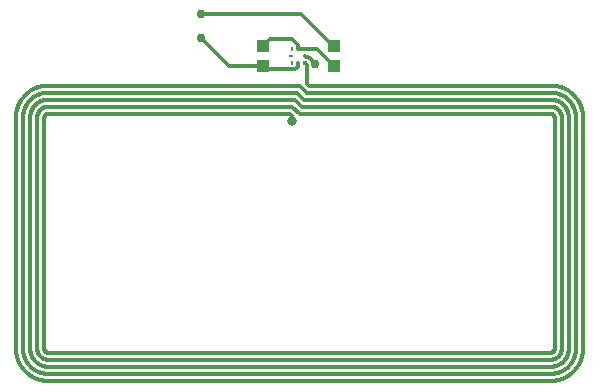
<source format=gbr>
G04 EAGLE Gerber RS-274X export*
G75*
%MOMM*%
%FSLAX34Y34*%
%LPD*%
%INBottom Copper*%
%IPPOS*%
%AMOC8*
5,1,8,0,0,1.08239X$1,22.5*%
G01*
%ADD10C,0.300000*%
%ADD11R,0.300000X0.750000*%
%ADD12C,0.808000*%
%ADD13R,1.000000X1.100000*%
%ADD14R,0.450000X0.270000*%
%ADD15R,0.370000X0.450000*%
%ADD16R,0.270000X0.450000*%
%ADD17R,1.100000X1.000000*%
%ADD18C,0.756400*%


D10*
X638000Y174000D02*
X212000Y174000D01*
X212000Y168000D02*
X638000Y168000D01*
X638000Y162000D02*
X212000Y162000D01*
X212000Y156000D02*
X638000Y156000D01*
X638000Y150000D02*
X212000Y150000D01*
X641000Y177000D02*
X641000Y373000D01*
X647000Y373000D02*
X647000Y177000D01*
X653000Y177000D02*
X653000Y373000D01*
X659000Y373000D02*
X659000Y177000D01*
X665000Y177000D02*
X665000Y373000D01*
X209000Y373000D02*
X209000Y177000D01*
X203000Y177000D02*
X203000Y373000D01*
X197000Y373000D02*
X197000Y177000D01*
X191000Y177000D02*
X191000Y373000D01*
X185000Y373000D02*
X185000Y177000D01*
X209000Y373000D02*
X209002Y373107D01*
X209008Y373214D01*
X209017Y373321D01*
X209031Y373427D01*
X209048Y373533D01*
X209069Y373638D01*
X209093Y373742D01*
X209122Y373845D01*
X209154Y373947D01*
X209189Y374048D01*
X209228Y374148D01*
X209271Y374246D01*
X209317Y374343D01*
X209367Y374438D01*
X209420Y374531D01*
X209476Y374622D01*
X209536Y374711D01*
X209598Y374798D01*
X209664Y374882D01*
X209733Y374965D01*
X209804Y375044D01*
X209879Y375121D01*
X209956Y375196D01*
X210035Y375267D01*
X210118Y375336D01*
X210202Y375402D01*
X210289Y375464D01*
X210378Y375524D01*
X210469Y375580D01*
X210562Y375633D01*
X210657Y375683D01*
X210754Y375729D01*
X210852Y375772D01*
X210952Y375811D01*
X211053Y375846D01*
X211155Y375878D01*
X211258Y375907D01*
X211362Y375931D01*
X211467Y375952D01*
X211573Y375969D01*
X211679Y375983D01*
X211786Y375992D01*
X211893Y375998D01*
X212000Y376000D01*
X212000Y382000D02*
X211783Y381997D01*
X211565Y381989D01*
X211348Y381976D01*
X211131Y381958D01*
X210915Y381934D01*
X210700Y381906D01*
X210485Y381872D01*
X210271Y381832D01*
X210058Y381788D01*
X209846Y381738D01*
X209636Y381684D01*
X209426Y381624D01*
X209219Y381560D01*
X209013Y381490D01*
X208809Y381415D01*
X208606Y381336D01*
X208406Y381251D01*
X208207Y381162D01*
X208011Y381068D01*
X207817Y380969D01*
X207626Y380866D01*
X207437Y380758D01*
X207251Y380645D01*
X207068Y380528D01*
X206887Y380407D01*
X206710Y380281D01*
X206536Y380151D01*
X206364Y380017D01*
X206196Y379879D01*
X206032Y379737D01*
X205871Y379590D01*
X205713Y379440D01*
X205560Y379287D01*
X205410Y379129D01*
X205263Y378968D01*
X205121Y378804D01*
X204983Y378636D01*
X204849Y378464D01*
X204719Y378290D01*
X204593Y378113D01*
X204472Y377932D01*
X204355Y377749D01*
X204242Y377563D01*
X204134Y377374D01*
X204031Y377183D01*
X203932Y376989D01*
X203838Y376793D01*
X203749Y376594D01*
X203664Y376394D01*
X203585Y376191D01*
X203510Y375987D01*
X203440Y375781D01*
X203376Y375574D01*
X203316Y375364D01*
X203262Y375154D01*
X203212Y374942D01*
X203168Y374729D01*
X203128Y374515D01*
X203094Y374300D01*
X203066Y374085D01*
X203042Y373869D01*
X203024Y373652D01*
X203011Y373435D01*
X203003Y373217D01*
X203000Y373000D01*
X197000Y373000D02*
X197004Y373362D01*
X197018Y373725D01*
X197039Y374087D01*
X197070Y374448D01*
X197109Y374808D01*
X197157Y375167D01*
X197214Y375525D01*
X197279Y375882D01*
X197353Y376237D01*
X197436Y376590D01*
X197527Y376941D01*
X197626Y377289D01*
X197734Y377635D01*
X197850Y377979D01*
X197975Y378319D01*
X198107Y378656D01*
X198248Y378990D01*
X198397Y379321D01*
X198554Y379648D01*
X198718Y379971D01*
X198890Y380290D01*
X199070Y380604D01*
X199258Y380915D01*
X199453Y381220D01*
X199655Y381521D01*
X199865Y381817D01*
X200081Y382107D01*
X200305Y382393D01*
X200535Y382673D01*
X200772Y382947D01*
X201016Y383215D01*
X201266Y383478D01*
X201522Y383734D01*
X201785Y383984D01*
X202053Y384228D01*
X202327Y384465D01*
X202607Y384695D01*
X202893Y384919D01*
X203183Y385135D01*
X203479Y385345D01*
X203780Y385547D01*
X204085Y385742D01*
X204396Y385930D01*
X204710Y386110D01*
X205029Y386282D01*
X205352Y386446D01*
X205679Y386603D01*
X206010Y386752D01*
X206344Y386893D01*
X206681Y387025D01*
X207021Y387150D01*
X207365Y387266D01*
X207711Y387374D01*
X208059Y387473D01*
X208410Y387564D01*
X208763Y387647D01*
X209118Y387721D01*
X209475Y387786D01*
X209833Y387843D01*
X210192Y387891D01*
X210552Y387930D01*
X210913Y387961D01*
X211275Y387982D01*
X211638Y387996D01*
X212000Y388000D01*
X212000Y394000D02*
X211493Y393994D01*
X210985Y393975D01*
X210479Y393945D01*
X209973Y393902D01*
X209469Y393847D01*
X208966Y393780D01*
X208465Y393700D01*
X207965Y393609D01*
X207469Y393505D01*
X206974Y393390D01*
X206483Y393262D01*
X205995Y393123D01*
X205511Y392972D01*
X205030Y392810D01*
X204553Y392635D01*
X204081Y392450D01*
X203613Y392253D01*
X203151Y392044D01*
X202693Y391825D01*
X202241Y391595D01*
X201794Y391353D01*
X201354Y391101D01*
X200920Y390839D01*
X200492Y390566D01*
X200071Y390283D01*
X199657Y389989D01*
X199250Y389686D01*
X198850Y389373D01*
X198458Y389051D01*
X198074Y388719D01*
X197699Y388378D01*
X197331Y388028D01*
X196972Y387669D01*
X196622Y387301D01*
X196281Y386926D01*
X195949Y386542D01*
X195627Y386150D01*
X195314Y385750D01*
X195011Y385343D01*
X194717Y384929D01*
X194434Y384508D01*
X194161Y384080D01*
X193899Y383646D01*
X193647Y383206D01*
X193405Y382759D01*
X193175Y382307D01*
X192956Y381849D01*
X192747Y381387D01*
X192550Y380919D01*
X192365Y380447D01*
X192190Y379970D01*
X192028Y379489D01*
X191877Y379005D01*
X191738Y378517D01*
X191610Y378026D01*
X191495Y377531D01*
X191391Y377035D01*
X191300Y376535D01*
X191220Y376034D01*
X191153Y375531D01*
X191098Y375027D01*
X191055Y374521D01*
X191025Y374015D01*
X191006Y373507D01*
X191000Y373000D01*
X185000Y373000D02*
X185008Y373652D01*
X185032Y374304D01*
X185071Y374956D01*
X185126Y375606D01*
X185197Y376254D01*
X185283Y376901D01*
X185385Y377546D01*
X185503Y378187D01*
X185636Y378826D01*
X185785Y379462D01*
X185948Y380093D01*
X186127Y380721D01*
X186321Y381343D01*
X186531Y381962D01*
X186755Y382574D01*
X186993Y383182D01*
X187247Y383783D01*
X187514Y384378D01*
X187796Y384966D01*
X188093Y385548D01*
X188403Y386122D01*
X188727Y386688D01*
X189064Y387246D01*
X189415Y387796D01*
X189779Y388338D01*
X190157Y388870D01*
X190546Y389393D01*
X190949Y389907D01*
X191363Y390411D01*
X191790Y390904D01*
X192229Y391387D01*
X192679Y391860D01*
X193140Y392321D01*
X193613Y392771D01*
X194096Y393210D01*
X194589Y393637D01*
X195093Y394051D01*
X195607Y394454D01*
X196130Y394843D01*
X196662Y395221D01*
X197204Y395585D01*
X197754Y395936D01*
X198312Y396273D01*
X198878Y396597D01*
X199452Y396907D01*
X200034Y397204D01*
X200622Y397486D01*
X201217Y397753D01*
X201818Y398007D01*
X202426Y398245D01*
X203038Y398469D01*
X203657Y398679D01*
X204279Y398873D01*
X204907Y399052D01*
X205538Y399215D01*
X206174Y399364D01*
X206813Y399497D01*
X207454Y399615D01*
X208099Y399717D01*
X208746Y399803D01*
X209394Y399874D01*
X210044Y399929D01*
X210696Y399968D01*
X211348Y399992D01*
X212000Y400000D01*
X638000Y376000D02*
X638107Y375998D01*
X638214Y375992D01*
X638321Y375983D01*
X638427Y375969D01*
X638533Y375952D01*
X638638Y375931D01*
X638742Y375907D01*
X638845Y375878D01*
X638947Y375846D01*
X639048Y375811D01*
X639148Y375772D01*
X639246Y375729D01*
X639343Y375683D01*
X639438Y375633D01*
X639531Y375580D01*
X639622Y375524D01*
X639711Y375464D01*
X639798Y375402D01*
X639882Y375336D01*
X639965Y375267D01*
X640044Y375196D01*
X640121Y375121D01*
X640196Y375044D01*
X640267Y374965D01*
X640336Y374882D01*
X640402Y374798D01*
X640464Y374711D01*
X640524Y374622D01*
X640580Y374531D01*
X640633Y374438D01*
X640683Y374343D01*
X640729Y374246D01*
X640772Y374148D01*
X640811Y374048D01*
X640846Y373947D01*
X640878Y373845D01*
X640907Y373742D01*
X640931Y373638D01*
X640952Y373533D01*
X640969Y373427D01*
X640983Y373321D01*
X640992Y373214D01*
X640998Y373107D01*
X641000Y373000D01*
X647000Y373000D02*
X646997Y373217D01*
X646989Y373435D01*
X646976Y373652D01*
X646958Y373869D01*
X646934Y374085D01*
X646906Y374300D01*
X646872Y374515D01*
X646832Y374729D01*
X646788Y374942D01*
X646738Y375154D01*
X646684Y375364D01*
X646624Y375574D01*
X646560Y375781D01*
X646490Y375987D01*
X646415Y376191D01*
X646336Y376394D01*
X646251Y376594D01*
X646162Y376793D01*
X646068Y376989D01*
X645969Y377183D01*
X645866Y377374D01*
X645758Y377563D01*
X645645Y377749D01*
X645528Y377932D01*
X645407Y378113D01*
X645281Y378290D01*
X645151Y378464D01*
X645017Y378636D01*
X644879Y378804D01*
X644737Y378968D01*
X644590Y379129D01*
X644440Y379287D01*
X644287Y379440D01*
X644129Y379590D01*
X643968Y379737D01*
X643804Y379879D01*
X643636Y380017D01*
X643464Y380151D01*
X643290Y380281D01*
X643113Y380407D01*
X642932Y380528D01*
X642749Y380645D01*
X642563Y380758D01*
X642374Y380866D01*
X642183Y380969D01*
X641989Y381068D01*
X641793Y381162D01*
X641594Y381251D01*
X641394Y381336D01*
X641191Y381415D01*
X640987Y381490D01*
X640781Y381560D01*
X640574Y381624D01*
X640364Y381684D01*
X640154Y381738D01*
X639942Y381788D01*
X639729Y381832D01*
X639515Y381872D01*
X639300Y381906D01*
X639085Y381934D01*
X638869Y381958D01*
X638652Y381976D01*
X638435Y381989D01*
X638217Y381997D01*
X638000Y382000D01*
X638000Y388000D02*
X638362Y387996D01*
X638725Y387982D01*
X639087Y387961D01*
X639448Y387930D01*
X639808Y387891D01*
X640167Y387843D01*
X640525Y387786D01*
X640882Y387721D01*
X641237Y387647D01*
X641590Y387564D01*
X641941Y387473D01*
X642289Y387374D01*
X642635Y387266D01*
X642979Y387150D01*
X643319Y387025D01*
X643656Y386893D01*
X643990Y386752D01*
X644321Y386603D01*
X644648Y386446D01*
X644971Y386282D01*
X645290Y386110D01*
X645604Y385930D01*
X645915Y385742D01*
X646220Y385547D01*
X646521Y385345D01*
X646817Y385135D01*
X647107Y384919D01*
X647393Y384695D01*
X647673Y384465D01*
X647947Y384228D01*
X648215Y383984D01*
X648478Y383734D01*
X648734Y383478D01*
X648984Y383215D01*
X649228Y382947D01*
X649465Y382673D01*
X649695Y382393D01*
X649919Y382107D01*
X650135Y381817D01*
X650345Y381521D01*
X650547Y381220D01*
X650742Y380915D01*
X650930Y380604D01*
X651110Y380290D01*
X651282Y379971D01*
X651446Y379648D01*
X651603Y379321D01*
X651752Y378990D01*
X651893Y378656D01*
X652025Y378319D01*
X652150Y377979D01*
X652266Y377635D01*
X652374Y377289D01*
X652473Y376941D01*
X652564Y376590D01*
X652647Y376237D01*
X652721Y375882D01*
X652786Y375525D01*
X652843Y375167D01*
X652891Y374808D01*
X652930Y374448D01*
X652961Y374087D01*
X652982Y373725D01*
X652996Y373362D01*
X653000Y373000D01*
X659000Y373000D02*
X658994Y373507D01*
X658975Y374015D01*
X658945Y374521D01*
X658902Y375027D01*
X658847Y375531D01*
X658780Y376034D01*
X658700Y376535D01*
X658609Y377035D01*
X658505Y377531D01*
X658390Y378026D01*
X658262Y378517D01*
X658123Y379005D01*
X657972Y379489D01*
X657810Y379970D01*
X657635Y380447D01*
X657450Y380919D01*
X657253Y381387D01*
X657044Y381849D01*
X656825Y382307D01*
X656595Y382759D01*
X656353Y383206D01*
X656101Y383646D01*
X655839Y384080D01*
X655566Y384508D01*
X655283Y384929D01*
X654989Y385343D01*
X654686Y385750D01*
X654373Y386150D01*
X654051Y386542D01*
X653719Y386926D01*
X653378Y387301D01*
X653028Y387669D01*
X652669Y388028D01*
X652301Y388378D01*
X651926Y388719D01*
X651542Y389051D01*
X651150Y389373D01*
X650750Y389686D01*
X650343Y389989D01*
X649929Y390283D01*
X649508Y390566D01*
X649080Y390839D01*
X648646Y391101D01*
X648206Y391353D01*
X647759Y391595D01*
X647307Y391825D01*
X646849Y392044D01*
X646387Y392253D01*
X645919Y392450D01*
X645447Y392635D01*
X644970Y392810D01*
X644489Y392972D01*
X644005Y393123D01*
X643517Y393262D01*
X643026Y393390D01*
X642531Y393505D01*
X642035Y393609D01*
X641535Y393700D01*
X641034Y393780D01*
X640531Y393847D01*
X640027Y393902D01*
X639521Y393945D01*
X639015Y393975D01*
X638507Y393994D01*
X638000Y394000D01*
X638000Y400000D02*
X638652Y399992D01*
X639304Y399968D01*
X639956Y399929D01*
X640606Y399874D01*
X641254Y399803D01*
X641901Y399717D01*
X642546Y399615D01*
X643187Y399497D01*
X643826Y399364D01*
X644462Y399215D01*
X645093Y399052D01*
X645721Y398873D01*
X646343Y398679D01*
X646962Y398469D01*
X647574Y398245D01*
X648182Y398007D01*
X648783Y397753D01*
X649378Y397486D01*
X649966Y397204D01*
X650548Y396907D01*
X651122Y396597D01*
X651688Y396273D01*
X652246Y395936D01*
X652796Y395585D01*
X653338Y395221D01*
X653870Y394843D01*
X654393Y394454D01*
X654907Y394051D01*
X655411Y393637D01*
X655904Y393210D01*
X656387Y392771D01*
X656860Y392321D01*
X657321Y391860D01*
X657771Y391387D01*
X658210Y390904D01*
X658637Y390411D01*
X659051Y389907D01*
X659454Y389393D01*
X659843Y388870D01*
X660221Y388338D01*
X660585Y387796D01*
X660936Y387246D01*
X661273Y386688D01*
X661597Y386122D01*
X661907Y385548D01*
X662204Y384966D01*
X662486Y384378D01*
X662753Y383783D01*
X663007Y383182D01*
X663245Y382574D01*
X663469Y381962D01*
X663679Y381343D01*
X663873Y380721D01*
X664052Y380093D01*
X664215Y379462D01*
X664364Y378826D01*
X664497Y378187D01*
X664615Y377546D01*
X664717Y376901D01*
X664803Y376254D01*
X664874Y375606D01*
X664929Y374956D01*
X664968Y374304D01*
X664992Y373652D01*
X665000Y373000D01*
X641000Y177000D02*
X640998Y176893D01*
X640992Y176786D01*
X640983Y176679D01*
X640969Y176573D01*
X640952Y176467D01*
X640931Y176362D01*
X640907Y176258D01*
X640878Y176155D01*
X640846Y176053D01*
X640811Y175952D01*
X640772Y175852D01*
X640729Y175754D01*
X640683Y175657D01*
X640633Y175562D01*
X640580Y175469D01*
X640524Y175378D01*
X640464Y175289D01*
X640402Y175202D01*
X640336Y175118D01*
X640267Y175035D01*
X640196Y174956D01*
X640121Y174879D01*
X640044Y174804D01*
X639965Y174733D01*
X639882Y174664D01*
X639798Y174598D01*
X639711Y174536D01*
X639622Y174476D01*
X639531Y174420D01*
X639438Y174367D01*
X639343Y174317D01*
X639246Y174271D01*
X639148Y174228D01*
X639048Y174189D01*
X638947Y174154D01*
X638845Y174122D01*
X638742Y174093D01*
X638638Y174069D01*
X638533Y174048D01*
X638427Y174031D01*
X638321Y174017D01*
X638214Y174008D01*
X638107Y174002D01*
X638000Y174000D01*
X638000Y168000D02*
X638217Y168003D01*
X638435Y168011D01*
X638652Y168024D01*
X638869Y168042D01*
X639085Y168066D01*
X639300Y168094D01*
X639515Y168128D01*
X639729Y168168D01*
X639942Y168212D01*
X640154Y168262D01*
X640364Y168316D01*
X640574Y168376D01*
X640781Y168440D01*
X640987Y168510D01*
X641191Y168585D01*
X641394Y168664D01*
X641594Y168749D01*
X641793Y168838D01*
X641989Y168932D01*
X642183Y169031D01*
X642374Y169134D01*
X642563Y169242D01*
X642749Y169355D01*
X642932Y169472D01*
X643113Y169593D01*
X643290Y169719D01*
X643464Y169849D01*
X643636Y169983D01*
X643804Y170121D01*
X643968Y170263D01*
X644129Y170410D01*
X644287Y170560D01*
X644440Y170713D01*
X644590Y170871D01*
X644737Y171032D01*
X644879Y171196D01*
X645017Y171364D01*
X645151Y171536D01*
X645281Y171710D01*
X645407Y171887D01*
X645528Y172068D01*
X645645Y172251D01*
X645758Y172437D01*
X645866Y172626D01*
X645969Y172817D01*
X646068Y173011D01*
X646162Y173207D01*
X646251Y173406D01*
X646336Y173606D01*
X646415Y173809D01*
X646490Y174013D01*
X646560Y174219D01*
X646624Y174426D01*
X646684Y174636D01*
X646738Y174846D01*
X646788Y175058D01*
X646832Y175271D01*
X646872Y175485D01*
X646906Y175700D01*
X646934Y175915D01*
X646958Y176131D01*
X646976Y176348D01*
X646989Y176565D01*
X646997Y176783D01*
X647000Y177000D01*
X653000Y177000D02*
X652996Y176638D01*
X652982Y176275D01*
X652961Y175913D01*
X652930Y175552D01*
X652891Y175192D01*
X652843Y174833D01*
X652786Y174475D01*
X652721Y174118D01*
X652647Y173763D01*
X652564Y173410D01*
X652473Y173059D01*
X652374Y172711D01*
X652266Y172365D01*
X652150Y172021D01*
X652025Y171681D01*
X651893Y171344D01*
X651752Y171010D01*
X651603Y170679D01*
X651446Y170352D01*
X651282Y170029D01*
X651110Y169710D01*
X650930Y169396D01*
X650742Y169085D01*
X650547Y168780D01*
X650345Y168479D01*
X650135Y168183D01*
X649919Y167893D01*
X649695Y167607D01*
X649465Y167327D01*
X649228Y167053D01*
X648984Y166785D01*
X648734Y166522D01*
X648478Y166266D01*
X648215Y166016D01*
X647947Y165772D01*
X647673Y165535D01*
X647393Y165305D01*
X647107Y165081D01*
X646817Y164865D01*
X646521Y164655D01*
X646220Y164453D01*
X645915Y164258D01*
X645604Y164070D01*
X645290Y163890D01*
X644971Y163718D01*
X644648Y163554D01*
X644321Y163397D01*
X643990Y163248D01*
X643656Y163107D01*
X643319Y162975D01*
X642979Y162850D01*
X642635Y162734D01*
X642289Y162626D01*
X641941Y162527D01*
X641590Y162436D01*
X641237Y162353D01*
X640882Y162279D01*
X640525Y162214D01*
X640167Y162157D01*
X639808Y162109D01*
X639448Y162070D01*
X639087Y162039D01*
X638725Y162018D01*
X638362Y162004D01*
X638000Y162000D01*
X638000Y156000D02*
X638507Y156006D01*
X639015Y156025D01*
X639521Y156055D01*
X640027Y156098D01*
X640531Y156153D01*
X641034Y156220D01*
X641535Y156300D01*
X642035Y156391D01*
X642531Y156495D01*
X643026Y156610D01*
X643517Y156738D01*
X644005Y156877D01*
X644489Y157028D01*
X644970Y157190D01*
X645447Y157365D01*
X645919Y157550D01*
X646387Y157747D01*
X646849Y157956D01*
X647307Y158175D01*
X647759Y158405D01*
X648206Y158647D01*
X648646Y158899D01*
X649080Y159161D01*
X649508Y159434D01*
X649929Y159717D01*
X650343Y160011D01*
X650750Y160314D01*
X651150Y160627D01*
X651542Y160949D01*
X651926Y161281D01*
X652301Y161622D01*
X652669Y161972D01*
X653028Y162331D01*
X653378Y162699D01*
X653719Y163074D01*
X654051Y163458D01*
X654373Y163850D01*
X654686Y164250D01*
X654989Y164657D01*
X655283Y165071D01*
X655566Y165492D01*
X655839Y165920D01*
X656101Y166354D01*
X656353Y166794D01*
X656595Y167241D01*
X656825Y167693D01*
X657044Y168151D01*
X657253Y168613D01*
X657450Y169081D01*
X657635Y169553D01*
X657810Y170030D01*
X657972Y170511D01*
X658123Y170995D01*
X658262Y171483D01*
X658390Y171974D01*
X658505Y172469D01*
X658609Y172965D01*
X658700Y173465D01*
X658780Y173966D01*
X658847Y174469D01*
X658902Y174973D01*
X658945Y175479D01*
X658975Y175985D01*
X658994Y176493D01*
X659000Y177000D01*
X665000Y177000D02*
X664992Y176348D01*
X664968Y175696D01*
X664929Y175044D01*
X664874Y174394D01*
X664803Y173746D01*
X664717Y173099D01*
X664615Y172454D01*
X664497Y171813D01*
X664364Y171174D01*
X664215Y170538D01*
X664052Y169907D01*
X663873Y169279D01*
X663679Y168657D01*
X663469Y168038D01*
X663245Y167426D01*
X663007Y166818D01*
X662753Y166217D01*
X662486Y165622D01*
X662204Y165034D01*
X661907Y164452D01*
X661597Y163878D01*
X661273Y163312D01*
X660936Y162754D01*
X660585Y162204D01*
X660221Y161662D01*
X659843Y161130D01*
X659454Y160607D01*
X659051Y160093D01*
X658637Y159589D01*
X658210Y159096D01*
X657771Y158613D01*
X657321Y158140D01*
X656860Y157679D01*
X656387Y157229D01*
X655904Y156790D01*
X655411Y156363D01*
X654907Y155949D01*
X654393Y155546D01*
X653870Y155157D01*
X653338Y154779D01*
X652796Y154415D01*
X652246Y154064D01*
X651688Y153727D01*
X651122Y153403D01*
X650548Y153093D01*
X649966Y152796D01*
X649378Y152514D01*
X648783Y152247D01*
X648182Y151993D01*
X647574Y151755D01*
X646962Y151531D01*
X646343Y151321D01*
X645721Y151127D01*
X645093Y150948D01*
X644462Y150785D01*
X643826Y150636D01*
X643187Y150503D01*
X642546Y150385D01*
X641901Y150283D01*
X641254Y150197D01*
X640606Y150126D01*
X639956Y150071D01*
X639304Y150032D01*
X638652Y150008D01*
X638000Y150000D01*
X212000Y174000D02*
X211893Y174002D01*
X211786Y174008D01*
X211679Y174017D01*
X211573Y174031D01*
X211467Y174048D01*
X211362Y174069D01*
X211258Y174093D01*
X211155Y174122D01*
X211053Y174154D01*
X210952Y174189D01*
X210852Y174228D01*
X210754Y174271D01*
X210657Y174317D01*
X210562Y174367D01*
X210469Y174420D01*
X210378Y174476D01*
X210289Y174536D01*
X210202Y174598D01*
X210118Y174664D01*
X210035Y174733D01*
X209956Y174804D01*
X209879Y174879D01*
X209804Y174956D01*
X209733Y175035D01*
X209664Y175118D01*
X209598Y175202D01*
X209536Y175289D01*
X209476Y175378D01*
X209420Y175469D01*
X209367Y175562D01*
X209317Y175657D01*
X209271Y175754D01*
X209228Y175852D01*
X209189Y175952D01*
X209154Y176053D01*
X209122Y176155D01*
X209093Y176258D01*
X209069Y176362D01*
X209048Y176467D01*
X209031Y176573D01*
X209017Y176679D01*
X209008Y176786D01*
X209002Y176893D01*
X209000Y177000D01*
X203000Y177000D02*
X203003Y176783D01*
X203011Y176565D01*
X203024Y176348D01*
X203042Y176131D01*
X203066Y175915D01*
X203094Y175700D01*
X203128Y175485D01*
X203168Y175271D01*
X203212Y175058D01*
X203262Y174846D01*
X203316Y174636D01*
X203376Y174426D01*
X203440Y174219D01*
X203510Y174013D01*
X203585Y173809D01*
X203664Y173606D01*
X203749Y173406D01*
X203838Y173207D01*
X203932Y173011D01*
X204031Y172817D01*
X204134Y172626D01*
X204242Y172437D01*
X204355Y172251D01*
X204472Y172068D01*
X204593Y171887D01*
X204719Y171710D01*
X204849Y171536D01*
X204983Y171364D01*
X205121Y171196D01*
X205263Y171032D01*
X205410Y170871D01*
X205560Y170713D01*
X205713Y170560D01*
X205871Y170410D01*
X206032Y170263D01*
X206196Y170121D01*
X206364Y169983D01*
X206536Y169849D01*
X206710Y169719D01*
X206887Y169593D01*
X207068Y169472D01*
X207251Y169355D01*
X207437Y169242D01*
X207626Y169134D01*
X207817Y169031D01*
X208011Y168932D01*
X208207Y168838D01*
X208406Y168749D01*
X208606Y168664D01*
X208809Y168585D01*
X209013Y168510D01*
X209219Y168440D01*
X209426Y168376D01*
X209636Y168316D01*
X209846Y168262D01*
X210058Y168212D01*
X210271Y168168D01*
X210485Y168128D01*
X210700Y168094D01*
X210915Y168066D01*
X211131Y168042D01*
X211348Y168024D01*
X211565Y168011D01*
X211783Y168003D01*
X212000Y168000D01*
X212000Y162000D02*
X211638Y162004D01*
X211275Y162018D01*
X210913Y162039D01*
X210552Y162070D01*
X210192Y162109D01*
X209833Y162157D01*
X209475Y162214D01*
X209118Y162279D01*
X208763Y162353D01*
X208410Y162436D01*
X208059Y162527D01*
X207711Y162626D01*
X207365Y162734D01*
X207021Y162850D01*
X206681Y162975D01*
X206344Y163107D01*
X206010Y163248D01*
X205679Y163397D01*
X205352Y163554D01*
X205029Y163718D01*
X204710Y163890D01*
X204396Y164070D01*
X204085Y164258D01*
X203780Y164453D01*
X203479Y164655D01*
X203183Y164865D01*
X202893Y165081D01*
X202607Y165305D01*
X202327Y165535D01*
X202053Y165772D01*
X201785Y166016D01*
X201522Y166266D01*
X201266Y166522D01*
X201016Y166785D01*
X200772Y167053D01*
X200535Y167327D01*
X200305Y167607D01*
X200081Y167893D01*
X199865Y168183D01*
X199655Y168479D01*
X199453Y168780D01*
X199258Y169085D01*
X199070Y169396D01*
X198890Y169710D01*
X198718Y170029D01*
X198554Y170352D01*
X198397Y170679D01*
X198248Y171010D01*
X198107Y171344D01*
X197975Y171681D01*
X197850Y172021D01*
X197734Y172365D01*
X197626Y172711D01*
X197527Y173059D01*
X197436Y173410D01*
X197353Y173763D01*
X197279Y174118D01*
X197214Y174475D01*
X197157Y174833D01*
X197109Y175192D01*
X197070Y175552D01*
X197039Y175913D01*
X197018Y176275D01*
X197004Y176638D01*
X197000Y177000D01*
X191000Y177000D02*
X191006Y176493D01*
X191025Y175985D01*
X191055Y175479D01*
X191098Y174973D01*
X191153Y174469D01*
X191220Y173966D01*
X191300Y173465D01*
X191391Y172965D01*
X191495Y172469D01*
X191610Y171974D01*
X191738Y171483D01*
X191877Y170995D01*
X192028Y170511D01*
X192190Y170030D01*
X192365Y169553D01*
X192550Y169081D01*
X192747Y168613D01*
X192956Y168151D01*
X193175Y167693D01*
X193405Y167241D01*
X193647Y166794D01*
X193899Y166354D01*
X194161Y165920D01*
X194434Y165492D01*
X194717Y165071D01*
X195011Y164657D01*
X195314Y164250D01*
X195627Y163850D01*
X195949Y163458D01*
X196281Y163074D01*
X196622Y162699D01*
X196972Y162331D01*
X197331Y161972D01*
X197699Y161622D01*
X198074Y161281D01*
X198458Y160949D01*
X198850Y160627D01*
X199250Y160314D01*
X199657Y160011D01*
X200071Y159717D01*
X200492Y159434D01*
X200920Y159161D01*
X201354Y158899D01*
X201794Y158647D01*
X202241Y158405D01*
X202693Y158175D01*
X203151Y157956D01*
X203613Y157747D01*
X204081Y157550D01*
X204553Y157365D01*
X205030Y157190D01*
X205511Y157028D01*
X205995Y156877D01*
X206483Y156738D01*
X206974Y156610D01*
X207469Y156495D01*
X207965Y156391D01*
X208465Y156300D01*
X208966Y156220D01*
X209469Y156153D01*
X209973Y156098D01*
X210479Y156055D01*
X210985Y156025D01*
X211493Y156006D01*
X212000Y156000D01*
X212000Y150000D02*
X211348Y150008D01*
X210696Y150032D01*
X210044Y150071D01*
X209394Y150126D01*
X208746Y150197D01*
X208099Y150283D01*
X207454Y150385D01*
X206813Y150503D01*
X206174Y150636D01*
X205538Y150785D01*
X204907Y150948D01*
X204279Y151127D01*
X203657Y151321D01*
X203038Y151531D01*
X202426Y151755D01*
X201818Y151993D01*
X201217Y152247D01*
X200622Y152514D01*
X200034Y152796D01*
X199452Y153093D01*
X198878Y153403D01*
X198312Y153727D01*
X197754Y154064D01*
X197204Y154415D01*
X196662Y154779D01*
X196130Y155157D01*
X195607Y155546D01*
X195093Y155949D01*
X194589Y156363D01*
X194096Y156790D01*
X193613Y157229D01*
X193140Y157679D01*
X192679Y158140D01*
X192229Y158613D01*
X191790Y159096D01*
X191363Y159589D01*
X190949Y160093D01*
X190546Y160607D01*
X190157Y161130D01*
X189779Y161662D01*
X189415Y162204D01*
X189064Y162754D01*
X188727Y163312D01*
X188403Y163878D01*
X188093Y164452D01*
X187796Y165034D01*
X187514Y165622D01*
X187247Y166217D01*
X186993Y166818D01*
X186755Y167426D01*
X186531Y168038D01*
X186321Y168657D01*
X186127Y169279D01*
X185948Y169907D01*
X185785Y170538D01*
X185636Y171174D01*
X185503Y171813D01*
X185385Y172454D01*
X185283Y173099D01*
X185197Y173746D01*
X185126Y174394D01*
X185071Y175044D01*
X185032Y175696D01*
X185008Y176348D01*
X185000Y177000D01*
X425000Y376000D02*
X638000Y376000D01*
X419000Y382000D02*
X212000Y382000D01*
X419000Y382000D02*
X425000Y376000D01*
X429000Y388000D02*
X638000Y388000D01*
X429000Y388000D02*
X423000Y394000D01*
X212000Y394000D01*
X427000Y382000D02*
X638000Y382000D01*
X427000Y382000D02*
X421000Y388000D01*
X212000Y388000D01*
X431000Y394000D02*
X638000Y394000D01*
X431000Y394000D02*
X425000Y400000D01*
X212000Y400000D01*
X212000Y376000D02*
X417000Y376000D01*
D11*
X431350Y408350D03*
D10*
X431350Y409620D01*
X431350Y408350D02*
X431350Y401650D01*
X433000Y400000D01*
X638000Y400000D01*
D12*
X418650Y370250D03*
D10*
X418650Y374350D01*
X417000Y376000D01*
D13*
X394000Y433500D03*
X394000Y416500D03*
D14*
X430000Y425000D03*
D15*
X429500Y419000D03*
D16*
X424000Y419000D03*
X419000Y419000D03*
D14*
X418000Y425000D03*
D16*
X419000Y431000D03*
X424000Y431000D03*
X429000Y431000D03*
D17*
X454000Y433500D03*
X454000Y416500D03*
D10*
X429000Y431000D02*
X424800Y431000D01*
X424000Y431000D01*
X439500Y431000D02*
X454000Y416500D01*
X439500Y431000D02*
X429000Y431000D01*
X399700Y439200D02*
X394000Y433500D01*
X423374Y434503D02*
X423374Y432426D01*
X424800Y431000D01*
X423374Y434503D02*
X418677Y439200D01*
X399700Y439200D01*
X394000Y416500D02*
X365106Y416500D01*
X341706Y439900D01*
D18*
X341706Y439900D03*
D10*
X424000Y419000D02*
X424000Y416123D01*
X421603Y413726D01*
X396774Y413726D01*
X394000Y416500D01*
X453500Y433500D02*
X454000Y433500D01*
X453500Y433500D02*
X426100Y460900D01*
X341706Y460900D01*
D18*
X341706Y460900D03*
D10*
X429500Y419000D02*
X431350Y417150D01*
X431350Y408350D01*
D18*
X438400Y418400D03*
D10*
X430726Y424274D02*
X430000Y425000D01*
X430726Y424274D02*
X432603Y424274D01*
X434374Y422503D01*
X434374Y422426D01*
X438400Y418400D01*
M02*

</source>
